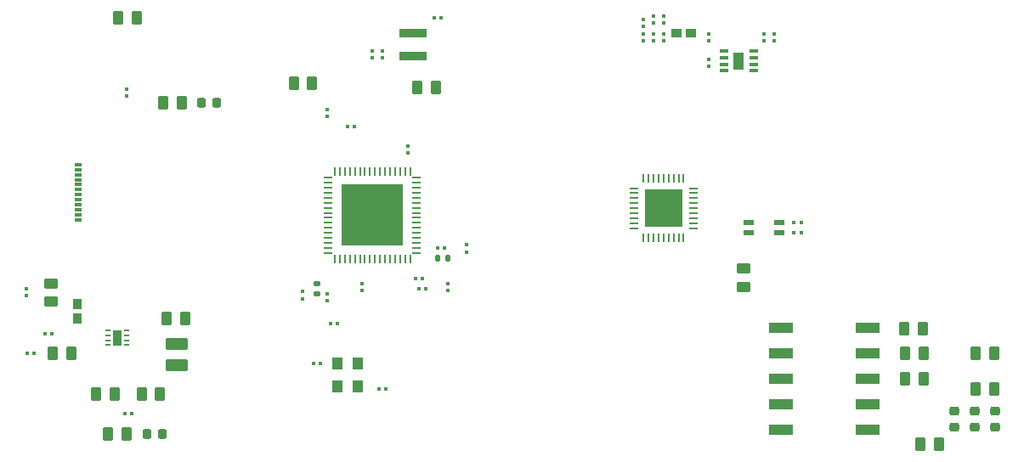
<source format=gbr>
%TF.GenerationSoftware,KiCad,Pcbnew,8.0.2*%
%TF.CreationDate,2025-01-28T20:19:24-08:00*%
%TF.ProjectId,design_revb_2chip,64657369-676e-45f7-9265-76625f326368,rev?*%
%TF.SameCoordinates,Original*%
%TF.FileFunction,Paste,Top*%
%TF.FilePolarity,Positive*%
%FSLAX46Y46*%
G04 Gerber Fmt 4.6, Leading zero omitted, Abs format (unit mm)*
G04 Created by KiCad (PCBNEW 8.0.2) date 2025-01-28 20:19:24*
%MOMM*%
%LPD*%
G01*
G04 APERTURE LIST*
G04 Aperture macros list*
%AMRoundRect*
0 Rectangle with rounded corners*
0 $1 Rounding radius*
0 $2 $3 $4 $5 $6 $7 $8 $9 X,Y pos of 4 corners*
0 Add a 4 corners polygon primitive as box body*
4,1,4,$2,$3,$4,$5,$6,$7,$8,$9,$2,$3,0*
0 Add four circle primitives for the rounded corners*
1,1,$1+$1,$2,$3*
1,1,$1+$1,$4,$5*
1,1,$1+$1,$6,$7*
1,1,$1+$1,$8,$9*
0 Add four rect primitives between the rounded corners*
20,1,$1+$1,$2,$3,$4,$5,0*
20,1,$1+$1,$4,$5,$6,$7,0*
20,1,$1+$1,$6,$7,$8,$9,0*
20,1,$1+$1,$8,$9,$2,$3,0*%
G04 Aperture macros list end*
%ADD10C,0.000000*%
%ADD11RoundRect,0.079500X-0.100500X0.079500X-0.100500X-0.079500X0.100500X-0.079500X0.100500X0.079500X0*%
%ADD12RoundRect,0.250000X0.262500X0.450000X-0.262500X0.450000X-0.262500X-0.450000X0.262500X-0.450000X0*%
%ADD13RoundRect,0.218750X0.218750X0.256250X-0.218750X0.256250X-0.218750X-0.256250X0.218750X-0.256250X0*%
%ADD14R,0.499999X0.249999*%
%ADD15R,0.900001X1.599999*%
%ADD16R,1.050000X0.600000*%
%ADD17RoundRect,0.079500X0.100500X-0.079500X0.100500X0.079500X-0.100500X0.079500X-0.100500X-0.079500X0*%
%ADD18RoundRect,0.218750X-0.256250X0.218750X-0.256250X-0.218750X0.256250X-0.218750X0.256250X0.218750X0*%
%ADD19R,0.700000X0.320000*%
%ADD20RoundRect,0.079500X-0.079500X-0.100500X0.079500X-0.100500X0.079500X0.100500X-0.079500X0.100500X0*%
%ADD21RoundRect,0.135000X0.135000X0.185000X-0.135000X0.185000X-0.135000X-0.185000X0.135000X-0.185000X0*%
%ADD22RoundRect,0.250000X-0.850000X0.375000X-0.850000X-0.375000X0.850000X-0.375000X0.850000X0.375000X0*%
%ADD23RoundRect,0.250000X-0.262500X-0.450000X0.262500X-0.450000X0.262500X0.450000X-0.262500X0.450000X0*%
%ADD24RoundRect,0.250000X-0.450000X0.262500X-0.450000X-0.262500X0.450000X-0.262500X0.450000X0.262500X0*%
%ADD25R,1.000000X0.970000*%
%ADD26RoundRect,0.218750X0.256250X-0.218750X0.256250X0.218750X-0.256250X0.218750X-0.256250X-0.218750X0*%
%ADD27RoundRect,0.079500X0.079500X0.100500X-0.079500X0.100500X-0.079500X-0.100500X0.079500X-0.100500X0*%
%ADD28R,2.438400X1.117600*%
%ADD29RoundRect,0.218750X-0.218750X-0.256250X0.218750X-0.256250X0.218750X0.256250X-0.218750X0.256250X0*%
%ADD30RoundRect,0.250000X0.450000X-0.262500X0.450000X0.262500X-0.450000X0.262500X-0.450000X-0.262500X0*%
%ADD31R,1.041400X1.219200*%
%ADD32R,0.970000X1.000000*%
%ADD33R,0.254000X0.812800*%
%ADD34R,0.812800X0.254000*%
%ADD35R,3.708400X3.708400*%
%ADD36RoundRect,0.135000X0.185000X-0.135000X0.185000X0.135000X-0.185000X0.135000X-0.185000X-0.135000X0*%
%ADD37R,2.800000X0.850000*%
%ADD38R,0.931065X0.302473*%
%ADD39R,6.096000X6.096000*%
G04 APERTURE END LIST*
D10*
%TO.C,U2*%
G36*
X165514499Y-89132995D02*
G01*
X164660501Y-89132995D01*
X164660501Y-87666996D01*
X165514499Y-87666996D01*
X165514499Y-89132995D01*
G37*
%TO.C,U4*%
G36*
X219400000Y-75400000D02*
G01*
X217745800Y-75400000D01*
X217745800Y-73745800D01*
X219400000Y-73745800D01*
X219400000Y-75400000D01*
G37*
G36*
X219400000Y-77254200D02*
G01*
X217745800Y-77254200D01*
X217745800Y-75600000D01*
X219400000Y-75600000D01*
X219400000Y-77254200D01*
G37*
G36*
X221254200Y-75400000D02*
G01*
X219600000Y-75400000D01*
X219600000Y-73745800D01*
X221254200Y-73745800D01*
X221254200Y-75400000D01*
G37*
G36*
X221254200Y-77254200D02*
G01*
X219600000Y-77254200D01*
X219600000Y-75600000D01*
X221254200Y-75600000D01*
X221254200Y-77254200D01*
G37*
%TO.C,U5*%
G36*
X227499999Y-61700001D02*
G01*
X226500001Y-61700001D01*
X226500001Y-59950001D01*
X227499999Y-59950001D01*
X227499999Y-61700001D01*
G37*
%TO.C,U1*%
G36*
X188876000Y-74576000D02*
G01*
X187552000Y-74576000D01*
X187552000Y-73252000D01*
X188876000Y-73252000D01*
X188876000Y-74576000D01*
G37*
G36*
X188876000Y-76100000D02*
G01*
X187552000Y-76100000D01*
X187552000Y-74776000D01*
X188876000Y-74776000D01*
X188876000Y-76100000D01*
G37*
G36*
X188876000Y-77624000D02*
G01*
X187552000Y-77624000D01*
X187552000Y-76300000D01*
X188876000Y-76300000D01*
X188876000Y-77624000D01*
G37*
G36*
X188876000Y-79148000D02*
G01*
X187552000Y-79148000D01*
X187552000Y-77824000D01*
X188876000Y-77824000D01*
X188876000Y-79148000D01*
G37*
G36*
X190400000Y-74576000D02*
G01*
X189076000Y-74576000D01*
X189076000Y-73252000D01*
X190400000Y-73252000D01*
X190400000Y-74576000D01*
G37*
G36*
X190400000Y-76100000D02*
G01*
X189076000Y-76100000D01*
X189076000Y-74776000D01*
X190400000Y-74776000D01*
X190400000Y-76100000D01*
G37*
G36*
X190400000Y-77624000D02*
G01*
X189076000Y-77624000D01*
X189076000Y-76300000D01*
X190400000Y-76300000D01*
X190400000Y-77624000D01*
G37*
G36*
X190400000Y-79148000D02*
G01*
X189076000Y-79148000D01*
X189076000Y-77824000D01*
X190400000Y-77824000D01*
X190400000Y-79148000D01*
G37*
G36*
X191924000Y-74576000D02*
G01*
X190600000Y-74576000D01*
X190600000Y-73252000D01*
X191924000Y-73252000D01*
X191924000Y-74576000D01*
G37*
G36*
X191924000Y-76100000D02*
G01*
X190600000Y-76100000D01*
X190600000Y-74776000D01*
X191924000Y-74776000D01*
X191924000Y-76100000D01*
G37*
G36*
X191924000Y-77624000D02*
G01*
X190600000Y-77624000D01*
X190600000Y-76300000D01*
X191924000Y-76300000D01*
X191924000Y-77624000D01*
G37*
G36*
X191924000Y-79148000D02*
G01*
X190600000Y-79148000D01*
X190600000Y-77824000D01*
X191924000Y-77824000D01*
X191924000Y-79148000D01*
G37*
G36*
X193448000Y-74576000D02*
G01*
X192124000Y-74576000D01*
X192124000Y-73252000D01*
X193448000Y-73252000D01*
X193448000Y-74576000D01*
G37*
G36*
X193448000Y-76100000D02*
G01*
X192124000Y-76100000D01*
X192124000Y-74776000D01*
X193448000Y-74776000D01*
X193448000Y-76100000D01*
G37*
G36*
X193448000Y-77624000D02*
G01*
X192124000Y-77624000D01*
X192124000Y-76300000D01*
X193448000Y-76300000D01*
X193448000Y-77624000D01*
G37*
G36*
X193448000Y-79148000D02*
G01*
X192124000Y-79148000D01*
X192124000Y-77824000D01*
X193448000Y-77824000D01*
X193448000Y-79148000D01*
G37*
%TD*%
D11*
%TO.C,C46*%
X217500000Y-56655000D03*
X217500000Y-57345000D03*
%TD*%
D12*
%TO.C,R28*%
X245412500Y-90000000D03*
X243587500Y-90000000D03*
%TD*%
D11*
%TO.C,C41*%
X218500000Y-56310000D03*
X218500000Y-57000000D03*
%TD*%
D13*
%TO.C,D1*%
X175000000Y-65000000D03*
X173425000Y-65000000D03*
%TD*%
D14*
%TO.C,U2*%
X164137499Y-87649998D03*
X164137499Y-88149997D03*
X164137499Y-88649999D03*
X164137499Y-89149997D03*
X166037501Y-89149997D03*
X166037501Y-88649999D03*
X166037501Y-88149997D03*
X166037501Y-87649998D03*
D15*
X165087500Y-88399996D03*
%TD*%
D16*
%TO.C,FL1*%
X227950000Y-77946400D03*
X231000000Y-77946400D03*
X231000000Y-76946400D03*
X227950000Y-76946400D03*
%TD*%
D11*
%TO.C,C42*%
X218500000Y-58155000D03*
X218500000Y-58845000D03*
%TD*%
D12*
%TO.C,R29*%
X245412500Y-92500000D03*
X243587500Y-92500000D03*
%TD*%
D17*
%TO.C,C49*%
X224000000Y-61345000D03*
X224000000Y-60655000D03*
%TD*%
D18*
%TO.C,D5*%
X248500000Y-95712500D03*
X248500000Y-97287500D03*
%TD*%
D19*
%TO.C,J4*%
X161160000Y-71150000D03*
X161160000Y-71650000D03*
X161160000Y-72150000D03*
X161160000Y-72650000D03*
X161160000Y-73150000D03*
X161160000Y-73650000D03*
X161160000Y-74150000D03*
X161160000Y-74650000D03*
X161160000Y-75150000D03*
X161160000Y-75650000D03*
X161160000Y-76150000D03*
X161160000Y-76650000D03*
%TD*%
D20*
%TO.C,C27*%
X232500000Y-77946400D03*
X233190000Y-77946400D03*
%TD*%
D21*
%TO.C,R8*%
X198020000Y-80500000D03*
X197000000Y-80500000D03*
%TD*%
D12*
%TO.C,R3*%
X196825000Y-63500000D03*
X195000000Y-63500000D03*
%TD*%
D22*
%TO.C,L2*%
X171000000Y-89000000D03*
X171000000Y-91150000D03*
%TD*%
D23*
%TO.C,R14*%
X164175000Y-98000000D03*
X166000000Y-98000000D03*
%TD*%
D11*
%TO.C,C34*%
X230500000Y-58155000D03*
X230500000Y-58845000D03*
%TD*%
D24*
%TO.C,R16*%
X227500000Y-81500000D03*
X227500000Y-83325000D03*
%TD*%
D20*
%TO.C,C6*%
X194810000Y-82500000D03*
X195500000Y-82500000D03*
%TD*%
D11*
%TO.C,C5*%
X189500000Y-83000000D03*
X189500000Y-83690000D03*
%TD*%
D25*
%TO.C,FL3*%
X222235000Y-58000000D03*
X220765000Y-58000000D03*
%TD*%
D26*
%TO.C,D3*%
X250500000Y-97287500D03*
X250500000Y-95712500D03*
%TD*%
D20*
%TO.C,C13*%
X196655000Y-56500000D03*
X197345000Y-56500000D03*
%TD*%
D11*
%TO.C,C3*%
X198000000Y-83000000D03*
X198000000Y-83690000D03*
%TD*%
%TO.C,C14*%
X199845000Y-79155000D03*
X199845000Y-79845000D03*
%TD*%
D17*
%TO.C,C18*%
X191500000Y-60500000D03*
X191500000Y-59810000D03*
%TD*%
D20*
%TO.C,C26*%
X191155000Y-93500000D03*
X191845000Y-93500000D03*
%TD*%
D27*
%TO.C,C21*%
X166500000Y-96000000D03*
X165810000Y-96000000D03*
%TD*%
D28*
%TO.C,U6*%
X231194700Y-87420000D03*
X231194700Y-89960000D03*
X231194700Y-92500000D03*
X231194700Y-95040000D03*
X231194700Y-97580000D03*
X239805300Y-97580000D03*
X239805300Y-95040000D03*
X239805300Y-92500000D03*
X239805300Y-89960000D03*
X239805300Y-87420000D03*
%TD*%
D29*
%TO.C,D2*%
X168000000Y-98000000D03*
X169575000Y-98000000D03*
%TD*%
D17*
%TO.C,C8*%
X186000000Y-66345000D03*
X186000000Y-65655000D03*
%TD*%
D23*
%TO.C,R4*%
X169675000Y-65000000D03*
X171500000Y-65000000D03*
%TD*%
D27*
%TO.C,C17*%
X156777500Y-90000000D03*
X156087500Y-90000000D03*
%TD*%
D30*
%TO.C,R15*%
X158500000Y-84825000D03*
X158500000Y-83000000D03*
%TD*%
D20*
%TO.C,C2*%
X195155000Y-83500000D03*
X195845000Y-83500000D03*
%TD*%
D27*
%TO.C,C7*%
X187000000Y-87000000D03*
X186310000Y-87000000D03*
%TD*%
D31*
%TO.C,XTAL1*%
X187018800Y-91000000D03*
X187018800Y-93286000D03*
X189000000Y-93286000D03*
X189000000Y-91000000D03*
%TD*%
D27*
%TO.C,C24*%
X185345000Y-91000000D03*
X184655000Y-91000000D03*
%TD*%
D32*
%TO.C,FB2*%
X161087500Y-86500000D03*
X161087500Y-85030000D03*
%TD*%
D27*
%TO.C,C16*%
X158587500Y-88000000D03*
X157897500Y-88000000D03*
%TD*%
D23*
%TO.C,R12*%
X163000000Y-94000000D03*
X164825000Y-94000000D03*
%TD*%
D20*
%TO.C,C20*%
X197000000Y-79500000D03*
X197690000Y-79500000D03*
%TD*%
D23*
%TO.C,R13*%
X165175000Y-56500000D03*
X167000000Y-56500000D03*
%TD*%
D27*
%TO.C,C10*%
X188690000Y-67345000D03*
X188000000Y-67345000D03*
%TD*%
D33*
%TO.C,U4*%
X217499999Y-78446400D03*
X218000000Y-78446400D03*
X218499999Y-78446400D03*
X219000001Y-78446400D03*
X219500000Y-78446400D03*
X219999999Y-78446400D03*
X220500001Y-78446400D03*
X221000000Y-78446400D03*
X221500001Y-78446400D03*
D34*
X222446400Y-77500001D03*
X222446400Y-77000000D03*
X222446400Y-76500001D03*
X222446400Y-75999999D03*
X222446400Y-75500000D03*
X222446400Y-75000001D03*
X222446400Y-74499999D03*
X222446400Y-74000000D03*
X222446400Y-73499999D03*
D33*
X221500001Y-72553600D03*
X221000000Y-72553600D03*
X220500001Y-72553600D03*
X219999999Y-72553600D03*
X219500000Y-72553600D03*
X219000001Y-72553600D03*
X218499999Y-72553600D03*
X218000000Y-72553600D03*
X217499999Y-72553600D03*
D34*
X216553600Y-73499999D03*
X216553600Y-74000000D03*
X216553600Y-74499999D03*
X216553600Y-75000001D03*
X216553600Y-75500000D03*
X216553600Y-75999999D03*
X216553600Y-76500001D03*
X216553600Y-77000000D03*
X216553600Y-77500001D03*
D35*
X219500000Y-75500000D03*
%TD*%
D23*
%TO.C,R2*%
X158675000Y-90000000D03*
X160500000Y-90000000D03*
%TD*%
D18*
%TO.C,D4*%
X252500000Y-95712500D03*
X252500000Y-97287500D03*
%TD*%
D11*
%TO.C,C38*%
X219500000Y-58155000D03*
X219500000Y-58845000D03*
%TD*%
D36*
%TO.C,R6*%
X185000000Y-84020000D03*
X185000000Y-83000000D03*
%TD*%
D17*
%TO.C,C15*%
X194000000Y-70000000D03*
X194000000Y-69310000D03*
%TD*%
D23*
%TO.C,R26*%
X250587500Y-90000000D03*
X252412500Y-90000000D03*
%TD*%
D12*
%TO.C,R23*%
X246912500Y-99000000D03*
X245087500Y-99000000D03*
%TD*%
D11*
%TO.C,C22*%
X186000000Y-84000000D03*
X186000000Y-84690000D03*
%TD*%
D23*
%TO.C,R11*%
X167500000Y-94000000D03*
X169325000Y-94000000D03*
%TD*%
D11*
%TO.C,C1*%
X183500000Y-83810000D03*
X183500000Y-84500000D03*
%TD*%
D27*
%TO.C,C28*%
X233190000Y-76946400D03*
X232500000Y-76946400D03*
%TD*%
D11*
%TO.C,C23*%
X166000000Y-63655000D03*
X166000000Y-64345000D03*
%TD*%
D23*
%TO.C,R9*%
X170000000Y-86500000D03*
X171825000Y-86500000D03*
%TD*%
D37*
%TO.C,L1*%
X194500000Y-58000000D03*
X194500000Y-60350000D03*
%TD*%
D17*
%TO.C,C31*%
X224000000Y-58845000D03*
X224000000Y-58155000D03*
%TD*%
%TO.C,C19*%
X190500000Y-60500000D03*
X190500000Y-59810000D03*
%TD*%
D12*
%TO.C,R5*%
X184500000Y-63000000D03*
X182675000Y-63000000D03*
%TD*%
D11*
%TO.C,C25*%
X156000000Y-83500000D03*
X156000000Y-84190000D03*
%TD*%
%TO.C,C47*%
X217500000Y-58155000D03*
X217500000Y-58845000D03*
%TD*%
%TO.C,C37*%
X219500000Y-56335000D03*
X219500000Y-57025000D03*
%TD*%
D38*
%TO.C,U5*%
X225509467Y-59850002D03*
X225509467Y-60500000D03*
X225509467Y-61150002D03*
X225509467Y-61800000D03*
X228490533Y-61800000D03*
X228490533Y-61150002D03*
X228490533Y-60500000D03*
X228490533Y-59850002D03*
%TD*%
D11*
%TO.C,C33*%
X229500000Y-58155000D03*
X229500000Y-58845000D03*
%TD*%
D34*
%TO.C,U1*%
X194894200Y-79950000D03*
X194894200Y-79450001D03*
X194894200Y-78950000D03*
X194894200Y-78450001D03*
X194894200Y-77949999D03*
X194894200Y-77450000D03*
X194894200Y-76950001D03*
X194894200Y-76450000D03*
X194894200Y-75950000D03*
X194894200Y-75449999D03*
X194894200Y-74950000D03*
X194894200Y-74450001D03*
X194894200Y-73949999D03*
X194894200Y-73450000D03*
X194894200Y-72949999D03*
X194894200Y-72450000D03*
D33*
X194250000Y-71805800D03*
X193750001Y-71805800D03*
X193250000Y-71805800D03*
X192750001Y-71805800D03*
X192249999Y-71805800D03*
X191750000Y-71805800D03*
X191250001Y-71805800D03*
X190750000Y-71805800D03*
X190250000Y-71805800D03*
X189749999Y-71805800D03*
X189250000Y-71805800D03*
X188750001Y-71805800D03*
X188249999Y-71805800D03*
X187750000Y-71805800D03*
X187249999Y-71805800D03*
X186750000Y-71805800D03*
D34*
X186105800Y-72450000D03*
X186105800Y-72949999D03*
X186105800Y-73450000D03*
X186105800Y-73949999D03*
X186105800Y-74450001D03*
X186105800Y-74950000D03*
X186105800Y-75449999D03*
X186105800Y-75950000D03*
X186105800Y-76450000D03*
X186105800Y-76950001D03*
X186105800Y-77450000D03*
X186105800Y-77949999D03*
X186105800Y-78450001D03*
X186105800Y-78950000D03*
X186105800Y-79450001D03*
X186105800Y-79950000D03*
D33*
X186750000Y-80594200D03*
X187249999Y-80594200D03*
X187750000Y-80594200D03*
X188249999Y-80594200D03*
X188750001Y-80594200D03*
X189250000Y-80594200D03*
X189749999Y-80594200D03*
X190250000Y-80594200D03*
X190750000Y-80594200D03*
X191250001Y-80594200D03*
X191750000Y-80594200D03*
X192249999Y-80594200D03*
X192750001Y-80594200D03*
X193250000Y-80594200D03*
X193750001Y-80594200D03*
X194250000Y-80594200D03*
D39*
X190500000Y-76200000D03*
%TD*%
D12*
%TO.C,R25*%
X252412500Y-93500000D03*
X250587500Y-93500000D03*
%TD*%
%TO.C,R27*%
X245325000Y-87500000D03*
X243500000Y-87500000D03*
%TD*%
M02*

</source>
